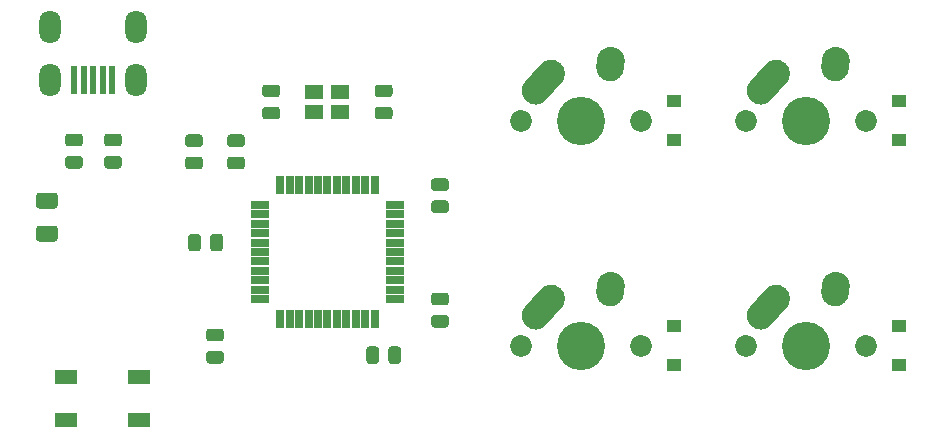
<source format=gbs>
G04 #@! TF.GenerationSoftware,KiCad,Pcbnew,(5.1.6)-1*
G04 #@! TF.CreationDate,2020-06-20T22:30:41-04:00*
G04 #@! TF.ProjectId,first-keep-pcb,66697273-742d-46b6-9565-702d7063622e,rev?*
G04 #@! TF.SameCoordinates,Original*
G04 #@! TF.FileFunction,Soldermask,Bot*
G04 #@! TF.FilePolarity,Negative*
%FSLAX46Y46*%
G04 Gerber Fmt 4.6, Leading zero omitted, Abs format (unit mm)*
G04 Created by KiCad (PCBNEW (5.1.6)-1) date 2020-06-20 22:30:41*
%MOMM*%
%LPD*%
G01*
G04 APERTURE LIST*
%ADD10R,1.500000X1.300000*%
%ADD11O,1.800000X2.800000*%
%ADD12R,0.600000X2.350000*%
%ADD13R,0.650000X1.600000*%
%ADD14R,1.600000X0.650000*%
%ADD15R,1.900000X1.200000*%
%ADD16C,1.850000*%
%ADD17C,2.350000*%
%ADD18C,4.087800*%
%ADD19R,1.300000X1.000000*%
G04 APERTURE END LIST*
D10*
G04 #@! TO.C,Y1*
X105875000Y-66618750D03*
X103675000Y-66618750D03*
X103675000Y-68318750D03*
X105875000Y-68318750D03*
G04 #@! TD*
D11*
G04 #@! TO.C,USB1*
X81281250Y-61118750D03*
X88581250Y-61118750D03*
X88581250Y-65618750D03*
X81281250Y-65618750D03*
D12*
X83331250Y-65618750D03*
X84131250Y-65618750D03*
X84931250Y-65618750D03*
X85731250Y-65618750D03*
X86531250Y-65618750D03*
G04 #@! TD*
D13*
G04 #@! TO.C,U1*
X100775000Y-85868750D03*
X101575000Y-85868750D03*
X102375000Y-85868750D03*
X103175000Y-85868750D03*
X103975000Y-85868750D03*
X104775000Y-85868750D03*
X105575000Y-85868750D03*
X106375000Y-85868750D03*
X107175000Y-85868750D03*
X107975000Y-85868750D03*
X108775000Y-85868750D03*
D14*
X110475000Y-84168750D03*
X110475000Y-83368750D03*
X110475000Y-82568750D03*
X110475000Y-81768750D03*
X110475000Y-80968750D03*
X110475000Y-80168750D03*
X110475000Y-79368750D03*
X110475000Y-78568750D03*
X110475000Y-77768750D03*
X110475000Y-76968750D03*
X110475000Y-76168750D03*
D13*
X108775000Y-74468750D03*
X107975000Y-74468750D03*
X107175000Y-74468750D03*
X106375000Y-74468750D03*
X105575000Y-74468750D03*
X104775000Y-74468750D03*
X103975000Y-74468750D03*
X103175000Y-74468750D03*
X102375000Y-74468750D03*
X101575000Y-74468750D03*
X100775000Y-74468750D03*
D14*
X99075000Y-76168750D03*
X99075000Y-76968750D03*
X99075000Y-77768750D03*
X99075000Y-78568750D03*
X99075000Y-79368750D03*
X99075000Y-80168750D03*
X99075000Y-80968750D03*
X99075000Y-81768750D03*
X99075000Y-82568750D03*
X99075000Y-83368750D03*
X99075000Y-84168750D03*
G04 #@! TD*
D15*
G04 #@! TO.C,SW1*
X88825000Y-94433000D03*
X82625000Y-90733000D03*
X88825000Y-90733000D03*
X82625000Y-94433000D03*
G04 #@! TD*
G04 #@! TO.C,R4*
G36*
G01*
X114781250Y-84690000D02*
X113818750Y-84690000D01*
G75*
G02*
X113550000Y-84421250I0J268750D01*
G01*
X113550000Y-83883750D01*
G75*
G02*
X113818750Y-83615000I268750J0D01*
G01*
X114781250Y-83615000D01*
G75*
G02*
X115050000Y-83883750I0J-268750D01*
G01*
X115050000Y-84421250D01*
G75*
G02*
X114781250Y-84690000I-268750J0D01*
G01*
G37*
G36*
G01*
X114781250Y-86565000D02*
X113818750Y-86565000D01*
G75*
G02*
X113550000Y-86296250I0J268750D01*
G01*
X113550000Y-85758750D01*
G75*
G02*
X113818750Y-85490000I268750J0D01*
G01*
X114781250Y-85490000D01*
G75*
G02*
X115050000Y-85758750I0J-268750D01*
G01*
X115050000Y-86296250D01*
G75*
G02*
X114781250Y-86565000I-268750J0D01*
G01*
G37*
G04 #@! TD*
G04 #@! TO.C,R3*
G36*
G01*
X92990750Y-72091500D02*
X93953250Y-72091500D01*
G75*
G02*
X94222000Y-72360250I0J-268750D01*
G01*
X94222000Y-72897750D01*
G75*
G02*
X93953250Y-73166500I-268750J0D01*
G01*
X92990750Y-73166500D01*
G75*
G02*
X92722000Y-72897750I0J268750D01*
G01*
X92722000Y-72360250D01*
G75*
G02*
X92990750Y-72091500I268750J0D01*
G01*
G37*
G36*
G01*
X92990750Y-70216500D02*
X93953250Y-70216500D01*
G75*
G02*
X94222000Y-70485250I0J-268750D01*
G01*
X94222000Y-71022750D01*
G75*
G02*
X93953250Y-71291500I-268750J0D01*
G01*
X92990750Y-71291500D01*
G75*
G02*
X92722000Y-71022750I0J268750D01*
G01*
X92722000Y-70485250D01*
G75*
G02*
X92990750Y-70216500I268750J0D01*
G01*
G37*
G04 #@! TD*
G04 #@! TO.C,R2*
G36*
G01*
X87095250Y-71228000D02*
X86132750Y-71228000D01*
G75*
G02*
X85864000Y-70959250I0J268750D01*
G01*
X85864000Y-70421750D01*
G75*
G02*
X86132750Y-70153000I268750J0D01*
G01*
X87095250Y-70153000D01*
G75*
G02*
X87364000Y-70421750I0J-268750D01*
G01*
X87364000Y-70959250D01*
G75*
G02*
X87095250Y-71228000I-268750J0D01*
G01*
G37*
G36*
G01*
X87095250Y-73103000D02*
X86132750Y-73103000D01*
G75*
G02*
X85864000Y-72834250I0J268750D01*
G01*
X85864000Y-72296750D01*
G75*
G02*
X86132750Y-72028000I268750J0D01*
G01*
X87095250Y-72028000D01*
G75*
G02*
X87364000Y-72296750I0J-268750D01*
G01*
X87364000Y-72834250D01*
G75*
G02*
X87095250Y-73103000I-268750J0D01*
G01*
G37*
G04 #@! TD*
G04 #@! TO.C,R1*
G36*
G01*
X83793250Y-71228000D02*
X82830750Y-71228000D01*
G75*
G02*
X82562000Y-70959250I0J268750D01*
G01*
X82562000Y-70421750D01*
G75*
G02*
X82830750Y-70153000I268750J0D01*
G01*
X83793250Y-70153000D01*
G75*
G02*
X84062000Y-70421750I0J-268750D01*
G01*
X84062000Y-70959250D01*
G75*
G02*
X83793250Y-71228000I-268750J0D01*
G01*
G37*
G36*
G01*
X83793250Y-73103000D02*
X82830750Y-73103000D01*
G75*
G02*
X82562000Y-72834250I0J268750D01*
G01*
X82562000Y-72296750D01*
G75*
G02*
X82830750Y-72028000I268750J0D01*
G01*
X83793250Y-72028000D01*
G75*
G02*
X84062000Y-72296750I0J-268750D01*
G01*
X84062000Y-72834250D01*
G75*
G02*
X83793250Y-73103000I-268750J0D01*
G01*
G37*
G04 #@! TD*
D16*
G04 #@! TO.C,MX4*
X150336250Y-88106250D03*
X140176250Y-88106250D03*
D17*
X142756250Y-84106250D03*
D18*
X145256250Y-88106250D03*
G36*
G01*
X140661541Y-86440810D02*
X140661541Y-86440811D01*
G75*
G02*
X140571689Y-84781541I784709J874561D01*
G01*
X141881691Y-83321541D01*
G75*
G02*
X143540961Y-83231689I874561J-784709D01*
G01*
X143540961Y-83231689D01*
G75*
G02*
X143630813Y-84890959I-784709J-874561D01*
G01*
X142320811Y-86350959D01*
G75*
G02*
X140661541Y-86440811I-874561J784709D01*
G01*
G37*
D17*
X147796250Y-83026250D03*
G36*
G01*
X147675407Y-84778466D02*
X147675407Y-84778466D01*
G75*
G02*
X146584034Y-83525407I80843J1172216D01*
G01*
X146624034Y-82945407D01*
G75*
G02*
X147877093Y-81854034I1172216J-80843D01*
G01*
X147877093Y-81854034D01*
G75*
G02*
X148968466Y-83107093I-80843J-1172216D01*
G01*
X148928466Y-83687093D01*
G75*
G02*
X147675407Y-84778466I-1172216J80843D01*
G01*
G37*
G04 #@! TD*
D16*
G04 #@! TO.C,MX3*
X150336250Y-69056250D03*
X140176250Y-69056250D03*
D17*
X142756250Y-65056250D03*
D18*
X145256250Y-69056250D03*
G36*
G01*
X140661541Y-67390810D02*
X140661541Y-67390811D01*
G75*
G02*
X140571689Y-65731541I784709J874561D01*
G01*
X141881691Y-64271541D01*
G75*
G02*
X143540961Y-64181689I874561J-784709D01*
G01*
X143540961Y-64181689D01*
G75*
G02*
X143630813Y-65840959I-784709J-874561D01*
G01*
X142320811Y-67300959D01*
G75*
G02*
X140661541Y-67390811I-874561J784709D01*
G01*
G37*
D17*
X147796250Y-63976250D03*
G36*
G01*
X147675407Y-65728466D02*
X147675407Y-65728466D01*
G75*
G02*
X146584034Y-64475407I80843J1172216D01*
G01*
X146624034Y-63895407D01*
G75*
G02*
X147877093Y-62804034I1172216J-80843D01*
G01*
X147877093Y-62804034D01*
G75*
G02*
X148968466Y-64057093I-80843J-1172216D01*
G01*
X148928466Y-64637093D01*
G75*
G02*
X147675407Y-65728466I-1172216J80843D01*
G01*
G37*
G04 #@! TD*
D16*
G04 #@! TO.C,MX2*
X131286250Y-88106250D03*
X121126250Y-88106250D03*
D17*
X123706250Y-84106250D03*
D18*
X126206250Y-88106250D03*
G36*
G01*
X121611541Y-86440810D02*
X121611541Y-86440811D01*
G75*
G02*
X121521689Y-84781541I784709J874561D01*
G01*
X122831691Y-83321541D01*
G75*
G02*
X124490961Y-83231689I874561J-784709D01*
G01*
X124490961Y-83231689D01*
G75*
G02*
X124580813Y-84890959I-784709J-874561D01*
G01*
X123270811Y-86350959D01*
G75*
G02*
X121611541Y-86440811I-874561J784709D01*
G01*
G37*
D17*
X128746250Y-83026250D03*
G36*
G01*
X128625407Y-84778466D02*
X128625407Y-84778466D01*
G75*
G02*
X127534034Y-83525407I80843J1172216D01*
G01*
X127574034Y-82945407D01*
G75*
G02*
X128827093Y-81854034I1172216J-80843D01*
G01*
X128827093Y-81854034D01*
G75*
G02*
X129918466Y-83107093I-80843J-1172216D01*
G01*
X129878466Y-83687093D01*
G75*
G02*
X128625407Y-84778466I-1172216J80843D01*
G01*
G37*
G04 #@! TD*
D16*
G04 #@! TO.C,MX1*
X131286250Y-69056250D03*
X121126250Y-69056250D03*
D17*
X123706250Y-65056250D03*
D18*
X126206250Y-69056250D03*
G36*
G01*
X121611541Y-67390810D02*
X121611541Y-67390811D01*
G75*
G02*
X121521689Y-65731541I784709J874561D01*
G01*
X122831691Y-64271541D01*
G75*
G02*
X124490961Y-64181689I874561J-784709D01*
G01*
X124490961Y-64181689D01*
G75*
G02*
X124580813Y-65840959I-784709J-874561D01*
G01*
X123270811Y-67300959D01*
G75*
G02*
X121611541Y-67390811I-874561J784709D01*
G01*
G37*
D17*
X128746250Y-63976250D03*
G36*
G01*
X128625407Y-65728466D02*
X128625407Y-65728466D01*
G75*
G02*
X127534034Y-64475407I80843J1172216D01*
G01*
X127574034Y-63895407D01*
G75*
G02*
X128827093Y-62804034I1172216J-80843D01*
G01*
X128827093Y-62804034D01*
G75*
G02*
X129918466Y-64057093I-80843J-1172216D01*
G01*
X129878466Y-64637093D01*
G75*
G02*
X128625407Y-65728466I-1172216J80843D01*
G01*
G37*
G04 #@! TD*
G04 #@! TO.C,F1*
G36*
G01*
X81681000Y-76491000D02*
X80371000Y-76491000D01*
G75*
G02*
X80101000Y-76221000I0J270000D01*
G01*
X80101000Y-75411000D01*
G75*
G02*
X80371000Y-75141000I270000J0D01*
G01*
X81681000Y-75141000D01*
G75*
G02*
X81951000Y-75411000I0J-270000D01*
G01*
X81951000Y-76221000D01*
G75*
G02*
X81681000Y-76491000I-270000J0D01*
G01*
G37*
G36*
G01*
X81681000Y-79291000D02*
X80371000Y-79291000D01*
G75*
G02*
X80101000Y-79021000I0J270000D01*
G01*
X80101000Y-78211000D01*
G75*
G02*
X80371000Y-77941000I270000J0D01*
G01*
X81681000Y-77941000D01*
G75*
G02*
X81951000Y-78211000I0J-270000D01*
G01*
X81951000Y-79021000D01*
G75*
G02*
X81681000Y-79291000I-270000J0D01*
G01*
G37*
G04 #@! TD*
D19*
G04 #@! TO.C,D4*
X153193750Y-86456250D03*
X153193750Y-89756250D03*
G04 #@! TD*
G04 #@! TO.C,D3*
X153193750Y-67406250D03*
X153193750Y-70706250D03*
G04 #@! TD*
G04 #@! TO.C,D2*
X134143750Y-86456250D03*
X134143750Y-89756250D03*
G04 #@! TD*
G04 #@! TO.C,D1*
X134143750Y-67406250D03*
X134143750Y-70706250D03*
G04 #@! TD*
G04 #@! TO.C,C7*
G36*
G01*
X94768750Y-88538000D02*
X95731250Y-88538000D01*
G75*
G02*
X96000000Y-88806750I0J-268750D01*
G01*
X96000000Y-89344250D01*
G75*
G02*
X95731250Y-89613000I-268750J0D01*
G01*
X94768750Y-89613000D01*
G75*
G02*
X94500000Y-89344250I0J268750D01*
G01*
X94500000Y-88806750D01*
G75*
G02*
X94768750Y-88538000I268750J0D01*
G01*
G37*
G36*
G01*
X94768750Y-86663000D02*
X95731250Y-86663000D01*
G75*
G02*
X96000000Y-86931750I0J-268750D01*
G01*
X96000000Y-87469250D01*
G75*
G02*
X95731250Y-87738000I-268750J0D01*
G01*
X94768750Y-87738000D01*
G75*
G02*
X94500000Y-87469250I0J268750D01*
G01*
X94500000Y-86931750D01*
G75*
G02*
X94768750Y-86663000I268750J0D01*
G01*
G37*
G04 #@! TD*
G04 #@! TO.C,C6*
G36*
G01*
X94056250Y-78893750D02*
X94056250Y-79856250D01*
G75*
G02*
X93787500Y-80125000I-268750J0D01*
G01*
X93250000Y-80125000D01*
G75*
G02*
X92981250Y-79856250I0J268750D01*
G01*
X92981250Y-78893750D01*
G75*
G02*
X93250000Y-78625000I268750J0D01*
G01*
X93787500Y-78625000D01*
G75*
G02*
X94056250Y-78893750I0J-268750D01*
G01*
G37*
G36*
G01*
X95931250Y-78893750D02*
X95931250Y-79856250D01*
G75*
G02*
X95662500Y-80125000I-268750J0D01*
G01*
X95125000Y-80125000D01*
G75*
G02*
X94856250Y-79856250I0J268750D01*
G01*
X94856250Y-78893750D01*
G75*
G02*
X95125000Y-78625000I268750J0D01*
G01*
X95662500Y-78625000D01*
G75*
G02*
X95931250Y-78893750I0J-268750D01*
G01*
G37*
G04 #@! TD*
G04 #@! TO.C,C5*
G36*
G01*
X97509250Y-71291500D02*
X96546750Y-71291500D01*
G75*
G02*
X96278000Y-71022750I0J268750D01*
G01*
X96278000Y-70485250D01*
G75*
G02*
X96546750Y-70216500I268750J0D01*
G01*
X97509250Y-70216500D01*
G75*
G02*
X97778000Y-70485250I0J-268750D01*
G01*
X97778000Y-71022750D01*
G75*
G02*
X97509250Y-71291500I-268750J0D01*
G01*
G37*
G36*
G01*
X97509250Y-73166500D02*
X96546750Y-73166500D01*
G75*
G02*
X96278000Y-72897750I0J268750D01*
G01*
X96278000Y-72360250D01*
G75*
G02*
X96546750Y-72091500I268750J0D01*
G01*
X97509250Y-72091500D01*
G75*
G02*
X97778000Y-72360250I0J-268750D01*
G01*
X97778000Y-72897750D01*
G75*
G02*
X97509250Y-73166500I-268750J0D01*
G01*
G37*
G04 #@! TD*
G04 #@! TO.C,C4*
G36*
G01*
X99531250Y-67868750D02*
X100493750Y-67868750D01*
G75*
G02*
X100762500Y-68137500I0J-268750D01*
G01*
X100762500Y-68675000D01*
G75*
G02*
X100493750Y-68943750I-268750J0D01*
G01*
X99531250Y-68943750D01*
G75*
G02*
X99262500Y-68675000I0J268750D01*
G01*
X99262500Y-68137500D01*
G75*
G02*
X99531250Y-67868750I268750J0D01*
G01*
G37*
G36*
G01*
X99531250Y-65993750D02*
X100493750Y-65993750D01*
G75*
G02*
X100762500Y-66262500I0J-268750D01*
G01*
X100762500Y-66800000D01*
G75*
G02*
X100493750Y-67068750I-268750J0D01*
G01*
X99531250Y-67068750D01*
G75*
G02*
X99262500Y-66800000I0J268750D01*
G01*
X99262500Y-66262500D01*
G75*
G02*
X99531250Y-65993750I268750J0D01*
G01*
G37*
G04 #@! TD*
G04 #@! TO.C,C3*
G36*
G01*
X110018750Y-67068750D02*
X109056250Y-67068750D01*
G75*
G02*
X108787500Y-66800000I0J268750D01*
G01*
X108787500Y-66262500D01*
G75*
G02*
X109056250Y-65993750I268750J0D01*
G01*
X110018750Y-65993750D01*
G75*
G02*
X110287500Y-66262500I0J-268750D01*
G01*
X110287500Y-66800000D01*
G75*
G02*
X110018750Y-67068750I-268750J0D01*
G01*
G37*
G36*
G01*
X110018750Y-68943750D02*
X109056250Y-68943750D01*
G75*
G02*
X108787500Y-68675000I0J268750D01*
G01*
X108787500Y-68137500D01*
G75*
G02*
X109056250Y-67868750I268750J0D01*
G01*
X110018750Y-67868750D01*
G75*
G02*
X110287500Y-68137500I0J-268750D01*
G01*
X110287500Y-68675000D01*
G75*
G02*
X110018750Y-68943750I-268750J0D01*
G01*
G37*
G04 #@! TD*
G04 #@! TO.C,C2*
G36*
G01*
X109137500Y-88418750D02*
X109137500Y-89381250D01*
G75*
G02*
X108868750Y-89650000I-268750J0D01*
G01*
X108331250Y-89650000D01*
G75*
G02*
X108062500Y-89381250I0J268750D01*
G01*
X108062500Y-88418750D01*
G75*
G02*
X108331250Y-88150000I268750J0D01*
G01*
X108868750Y-88150000D01*
G75*
G02*
X109137500Y-88418750I0J-268750D01*
G01*
G37*
G36*
G01*
X111012500Y-88418750D02*
X111012500Y-89381250D01*
G75*
G02*
X110743750Y-89650000I-268750J0D01*
G01*
X110206250Y-89650000D01*
G75*
G02*
X109937500Y-89381250I0J268750D01*
G01*
X109937500Y-88418750D01*
G75*
G02*
X110206250Y-88150000I268750J0D01*
G01*
X110743750Y-88150000D01*
G75*
G02*
X111012500Y-88418750I0J-268750D01*
G01*
G37*
G04 #@! TD*
G04 #@! TO.C,C1*
G36*
G01*
X114781250Y-75006250D02*
X113818750Y-75006250D01*
G75*
G02*
X113550000Y-74737500I0J268750D01*
G01*
X113550000Y-74200000D01*
G75*
G02*
X113818750Y-73931250I268750J0D01*
G01*
X114781250Y-73931250D01*
G75*
G02*
X115050000Y-74200000I0J-268750D01*
G01*
X115050000Y-74737500D01*
G75*
G02*
X114781250Y-75006250I-268750J0D01*
G01*
G37*
G36*
G01*
X114781250Y-76881250D02*
X113818750Y-76881250D01*
G75*
G02*
X113550000Y-76612500I0J268750D01*
G01*
X113550000Y-76075000D01*
G75*
G02*
X113818750Y-75806250I268750J0D01*
G01*
X114781250Y-75806250D01*
G75*
G02*
X115050000Y-76075000I0J-268750D01*
G01*
X115050000Y-76612500D01*
G75*
G02*
X114781250Y-76881250I-268750J0D01*
G01*
G37*
G04 #@! TD*
M02*

</source>
